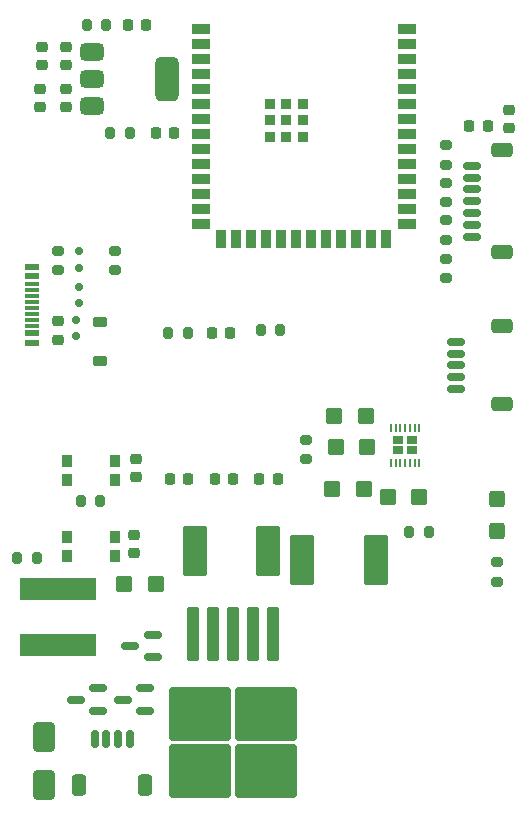
<source format=gbr>
%TF.GenerationSoftware,KiCad,Pcbnew,8.0.3*%
%TF.CreationDate,2024-07-09T19:18:38+01:00*%
%TF.ProjectId,LEDStrip,4c454453-7472-4697-902e-6b696361645f,rev?*%
%TF.SameCoordinates,Original*%
%TF.FileFunction,Paste,Top*%
%TF.FilePolarity,Positive*%
%FSLAX46Y46*%
G04 Gerber Fmt 4.6, Leading zero omitted, Abs format (unit mm)*
G04 Created by KiCad (PCBNEW 8.0.3) date 2024-07-09 19:18:38*
%MOMM*%
%LPD*%
G01*
G04 APERTURE LIST*
G04 Aperture macros list*
%AMRoundRect*
0 Rectangle with rounded corners*
0 $1 Rounding radius*
0 $2 $3 $4 $5 $6 $7 $8 $9 X,Y pos of 4 corners*
0 Add a 4 corners polygon primitive as box body*
4,1,4,$2,$3,$4,$5,$6,$7,$8,$9,$2,$3,0*
0 Add four circle primitives for the rounded corners*
1,1,$1+$1,$2,$3*
1,1,$1+$1,$4,$5*
1,1,$1+$1,$6,$7*
1,1,$1+$1,$8,$9*
0 Add four rect primitives between the rounded corners*
20,1,$1+$1,$2,$3,$4,$5,0*
20,1,$1+$1,$4,$5,$6,$7,0*
20,1,$1+$1,$6,$7,$8,$9,0*
20,1,$1+$1,$8,$9,$2,$3,0*%
G04 Aperture macros list end*
%ADD10RoundRect,0.150000X0.625000X-0.150000X0.625000X0.150000X-0.625000X0.150000X-0.625000X-0.150000X0*%
%ADD11RoundRect,0.250000X0.650000X-0.350000X0.650000X0.350000X-0.650000X0.350000X-0.650000X-0.350000X0*%
%ADD12RoundRect,0.225000X-0.250000X0.225000X-0.250000X-0.225000X0.250000X-0.225000X0.250000X0.225000X0*%
%ADD13RoundRect,0.200000X0.275000X-0.200000X0.275000X0.200000X-0.275000X0.200000X-0.275000X-0.200000X0*%
%ADD14RoundRect,0.250000X-0.650000X1.000000X-0.650000X-1.000000X0.650000X-1.000000X0.650000X1.000000X0*%
%ADD15RoundRect,0.250000X-0.450000X-0.425000X0.450000X-0.425000X0.450000X0.425000X-0.450000X0.425000X0*%
%ADD16RoundRect,0.150000X-0.200000X0.150000X-0.200000X-0.150000X0.200000X-0.150000X0.200000X0.150000X0*%
%ADD17RoundRect,0.225000X0.250000X-0.225000X0.250000X0.225000X-0.250000X0.225000X-0.250000X-0.225000X0*%
%ADD18RoundRect,0.250000X-0.650000X0.350000X-0.650000X-0.350000X0.650000X-0.350000X0.650000X0.350000X0*%
%ADD19RoundRect,0.150000X-0.625000X0.150000X-0.625000X-0.150000X0.625000X-0.150000X0.625000X0.150000X0*%
%ADD20RoundRect,0.150000X0.200000X-0.150000X0.200000X0.150000X-0.200000X0.150000X-0.200000X-0.150000X0*%
%ADD21RoundRect,0.218750X0.218750X0.256250X-0.218750X0.256250X-0.218750X-0.256250X0.218750X-0.256250X0*%
%ADD22RoundRect,0.200000X0.200000X0.275000X-0.200000X0.275000X-0.200000X-0.275000X0.200000X-0.275000X0*%
%ADD23RoundRect,0.225000X0.225000X0.250000X-0.225000X0.250000X-0.225000X-0.250000X0.225000X-0.250000X0*%
%ADD24R,0.900000X1.000000*%
%ADD25R,0.970000X0.700000*%
%ADD26R,0.250000X0.700000*%
%ADD27RoundRect,0.200000X-0.275000X0.200000X-0.275000X-0.200000X0.275000X-0.200000X0.275000X0.200000X0*%
%ADD28RoundRect,0.250000X-0.787500X-1.875000X0.787500X-1.875000X0.787500X1.875000X-0.787500X1.875000X0*%
%ADD29R,1.160000X0.600000*%
%ADD30R,1.160000X0.300000*%
%ADD31RoundRect,0.250000X-0.425000X0.450000X-0.425000X-0.450000X0.425000X-0.450000X0.425000X0.450000X0*%
%ADD32RoundRect,0.150000X-0.150000X-0.625000X0.150000X-0.625000X0.150000X0.625000X-0.150000X0.625000X0*%
%ADD33RoundRect,0.250000X-0.350000X-0.650000X0.350000X-0.650000X0.350000X0.650000X-0.350000X0.650000X0*%
%ADD34RoundRect,0.150000X0.587500X0.150000X-0.587500X0.150000X-0.587500X-0.150000X0.587500X-0.150000X0*%
%ADD35RoundRect,0.225000X-0.375000X0.225000X-0.375000X-0.225000X0.375000X-0.225000X0.375000X0.225000X0*%
%ADD36RoundRect,0.250000X0.450000X0.425000X-0.450000X0.425000X-0.450000X-0.425000X0.450000X-0.425000X0*%
%ADD37RoundRect,0.225000X-0.225000X-0.250000X0.225000X-0.250000X0.225000X0.250000X-0.225000X0.250000X0*%
%ADD38RoundRect,0.200000X-0.200000X-0.275000X0.200000X-0.275000X0.200000X0.275000X-0.200000X0.275000X0*%
%ADD39R,0.900000X0.900000*%
%ADD40R,1.500000X0.900000*%
%ADD41R,0.900000X1.500000*%
%ADD42RoundRect,0.250000X-0.300000X2.050000X-0.300000X-2.050000X0.300000X-2.050000X0.300000X2.050000X0*%
%ADD43RoundRect,0.250000X-2.375000X2.025000X-2.375000X-2.025000X2.375000X-2.025000X2.375000X2.025000X0*%
%ADD44R,6.500000X1.920000*%
%ADD45RoundRect,0.375000X-0.625000X-0.375000X0.625000X-0.375000X0.625000X0.375000X-0.625000X0.375000X0*%
%ADD46RoundRect,0.500000X-0.500000X-1.400000X0.500000X-1.400000X0.500000X1.400000X-0.500000X1.400000X0*%
G04 APERTURE END LIST*
D10*
%TO.C,J4*%
X168925000Y-95300000D03*
X168925000Y-94300000D03*
X168925000Y-93300000D03*
X168925000Y-92300000D03*
X168925000Y-91300000D03*
D11*
X172800000Y-96600000D03*
X172800000Y-90000000D03*
%TD*%
D12*
%TO.C,C5*%
X135865000Y-66300000D03*
X135865000Y-67850000D03*
%TD*%
D13*
%TO.C,R14*%
X172400000Y-111600000D03*
X172400000Y-109950000D03*
%TD*%
D14*
%TO.C,D3*%
X134000000Y-124800000D03*
X134000000Y-128800000D03*
%TD*%
D15*
%TO.C,C15*%
X158400000Y-103800000D03*
X161100000Y-103800000D03*
%TD*%
D16*
%TO.C,D5*%
X136760000Y-90850000D03*
X136760000Y-89450000D03*
%TD*%
D17*
%TO.C,C3*%
X135865000Y-71450000D03*
X135865000Y-69900000D03*
%TD*%
D18*
%TO.C,SW3*%
X172815000Y-75100000D03*
X172815000Y-83700000D03*
D19*
X170290000Y-82400000D03*
X170290000Y-76400000D03*
X170290000Y-77400000D03*
X170290000Y-81400000D03*
X170290000Y-78400000D03*
X170290000Y-79400000D03*
X170290000Y-80400000D03*
%TD*%
D13*
%TO.C,R2*%
X140000000Y-85225000D03*
X140000000Y-83575000D03*
%TD*%
D20*
%TO.C,D4*%
X136960000Y-83650000D03*
X136960000Y-85050000D03*
%TD*%
D21*
%TO.C,D6*%
X142665000Y-64450000D03*
X141090000Y-64450000D03*
%TD*%
D22*
%TO.C,R5*%
X154000000Y-90325000D03*
X152350000Y-90325000D03*
%TD*%
D23*
%TO.C,C7*%
X171565000Y-73050000D03*
X170015000Y-73050000D03*
%TD*%
D24*
%TO.C,SW2*%
X135950000Y-107800000D03*
X140050000Y-107800000D03*
X135950000Y-109400000D03*
X140050000Y-109400000D03*
%TD*%
D17*
%TO.C,C2*%
X133665000Y-71425000D03*
X133665000Y-69875000D03*
%TD*%
D25*
%TO.C,U6*%
X164000000Y-100495000D03*
X165175000Y-100495000D03*
X164000000Y-99600000D03*
X165175000Y-99600000D03*
D26*
X163387500Y-101525000D03*
X163787500Y-101525000D03*
X164187500Y-101525000D03*
X164587500Y-101525000D03*
X164987500Y-101525000D03*
X165387500Y-101525000D03*
X165787500Y-101525000D03*
X165787500Y-98575000D03*
X165387500Y-98575000D03*
X164987500Y-98575000D03*
X164587500Y-98575000D03*
X164187500Y-98575000D03*
X163787500Y-98575000D03*
X163387500Y-98575000D03*
%TD*%
D13*
%TO.C,R1*%
X135160000Y-85250000D03*
X135160000Y-83600000D03*
%TD*%
D27*
%TO.C,R11*%
X168015000Y-77850000D03*
X168015000Y-79500000D03*
%TD*%
D28*
%TO.C,CIN2*%
X146775000Y-109000000D03*
X153000000Y-109000000D03*
%TD*%
D20*
%TO.C,D2*%
X136960000Y-86650000D03*
X136960000Y-88050000D03*
%TD*%
D15*
%TO.C,COUT1*%
X140800000Y-111800000D03*
X143500000Y-111800000D03*
%TD*%
D12*
%TO.C,C4*%
X133865000Y-66325000D03*
X133865000Y-67875000D03*
%TD*%
D29*
%TO.C,J1*%
X132980000Y-84970000D03*
X132980000Y-85770000D03*
D30*
X132980000Y-86920000D03*
X132980000Y-87920000D03*
X132980000Y-88420000D03*
X132980000Y-89420000D03*
D29*
X132980000Y-90570000D03*
X132980000Y-91370000D03*
X132980000Y-91370000D03*
X132980000Y-90570000D03*
D30*
X132980000Y-89920000D03*
X132980000Y-88920000D03*
X132980000Y-87420000D03*
X132980000Y-86420000D03*
D29*
X132980000Y-85770000D03*
X132980000Y-84970000D03*
%TD*%
D31*
%TO.C,C18*%
X172400000Y-104600000D03*
X172400000Y-107300000D03*
%TD*%
D32*
%TO.C,J2*%
X138300000Y-124925000D03*
X139300000Y-124925000D03*
X140300000Y-124925000D03*
X141300000Y-124925000D03*
D33*
X137000000Y-128800000D03*
X142600000Y-128800000D03*
%TD*%
D23*
%TO.C,C11*%
X146200000Y-102925000D03*
X144650000Y-102925000D03*
%TD*%
D34*
%TO.C,Q1*%
X142600000Y-122550000D03*
X142600000Y-120650000D03*
X140725000Y-121600000D03*
%TD*%
D35*
%TO.C,D1*%
X138760000Y-89600000D03*
X138760000Y-92900000D03*
%TD*%
D36*
%TO.C,C19*%
X165800000Y-104400000D03*
X163100000Y-104400000D03*
%TD*%
D37*
%TO.C,C12*%
X148450000Y-102925000D03*
X150000000Y-102925000D03*
%TD*%
D38*
%TO.C,R6*%
X144550000Y-90525000D03*
X146200000Y-90525000D03*
%TD*%
D27*
%TO.C,R16*%
X168015000Y-74650000D03*
X168015000Y-76300000D03*
%TD*%
D38*
%TO.C,R3*%
X137640000Y-64450000D03*
X139290000Y-64450000D03*
%TD*%
D27*
%TO.C,R10*%
X168015000Y-81000000D03*
X168015000Y-82650000D03*
%TD*%
D39*
%TO.C,U2*%
X153115000Y-71160000D03*
X153115000Y-72560000D03*
X153115000Y-73960000D03*
X154515000Y-71160000D03*
X154515000Y-72560000D03*
X154515000Y-73960000D03*
X155915000Y-71160000D03*
X155915000Y-72560000D03*
X155915000Y-73960000D03*
D40*
X147265000Y-64840000D03*
X147265000Y-66110000D03*
X147265000Y-67380000D03*
X147265000Y-68650000D03*
X147265000Y-69920000D03*
X147265000Y-71190000D03*
X147265000Y-72460000D03*
X147265000Y-73730000D03*
X147265000Y-75000000D03*
X147265000Y-76270000D03*
X147265000Y-77540000D03*
X147265000Y-78810000D03*
X147265000Y-80080000D03*
X147265000Y-81350000D03*
D41*
X149030000Y-82600000D03*
X150300000Y-82600000D03*
X151570000Y-82600000D03*
X152840000Y-82600000D03*
X154110000Y-82600000D03*
X155380000Y-82600000D03*
X156650000Y-82600000D03*
X157920000Y-82600000D03*
X159190000Y-82600000D03*
X160460000Y-82600000D03*
X161730000Y-82600000D03*
X163000000Y-82600000D03*
D40*
X164765000Y-81350000D03*
X164765000Y-80080000D03*
X164765000Y-78810000D03*
X164765000Y-77540000D03*
X164765000Y-76270000D03*
X164765000Y-75000000D03*
X164765000Y-73730000D03*
X164765000Y-72460000D03*
X164765000Y-71190000D03*
X164765000Y-69920000D03*
X164765000Y-68650000D03*
X164765000Y-67380000D03*
X164765000Y-66110000D03*
X164765000Y-64840000D03*
%TD*%
D36*
%TO.C,C17*%
X161300000Y-97600000D03*
X158600000Y-97600000D03*
%TD*%
D23*
%TO.C,C10*%
X149800000Y-90525000D03*
X148250000Y-90525000D03*
%TD*%
D28*
%TO.C,CIN1*%
X155887500Y-109800000D03*
X162112500Y-109800000D03*
%TD*%
D17*
%TO.C,C13*%
X141775000Y-102775000D03*
X141775000Y-101225000D03*
%TD*%
D12*
%TO.C,C1*%
X135195000Y-89570000D03*
X135195000Y-91120000D03*
%TD*%
D27*
%TO.C,R15*%
X168015000Y-84250000D03*
X168015000Y-85900000D03*
%TD*%
D22*
%TO.C,R12*%
X166600000Y-107400000D03*
X164950000Y-107400000D03*
%TD*%
D23*
%TO.C,C8*%
X145015000Y-73650000D03*
X143465000Y-73650000D03*
%TD*%
D34*
%TO.C,Q2*%
X138600000Y-122550000D03*
X138600000Y-120650000D03*
X136725000Y-121600000D03*
%TD*%
D24*
%TO.C,SW1*%
X135925000Y-101375000D03*
X140025000Y-101375000D03*
X135925000Y-102975000D03*
X140025000Y-102975000D03*
%TD*%
D42*
%TO.C,U3*%
X153400000Y-116050000D03*
X151700000Y-116050000D03*
X150000000Y-116050000D03*
D43*
X152775000Y-122775000D03*
X147225000Y-122775000D03*
X152775000Y-127625000D03*
X147225000Y-127625000D03*
D42*
X148300000Y-116050000D03*
X146600000Y-116050000D03*
%TD*%
D17*
%TO.C,C14*%
X141650000Y-109200000D03*
X141650000Y-107650000D03*
%TD*%
D44*
%TO.C,L1*%
X135200000Y-117010000D03*
X135200000Y-112190000D03*
%TD*%
D37*
%TO.C,C9*%
X152250000Y-102925000D03*
X153800000Y-102925000D03*
%TD*%
D38*
%TO.C,R4*%
X139615000Y-73650000D03*
X141265000Y-73650000D03*
%TD*%
D34*
%TO.C,Q3*%
X143200000Y-118000000D03*
X143200000Y-116100000D03*
X141325000Y-117050000D03*
%TD*%
D36*
%TO.C,C16*%
X161400000Y-100200000D03*
X158700000Y-100200000D03*
%TD*%
D22*
%TO.C,R8*%
X133400000Y-109600000D03*
X131750000Y-109600000D03*
%TD*%
%TO.C,R7*%
X138775000Y-104775000D03*
X137125000Y-104775000D03*
%TD*%
D13*
%TO.C,R13*%
X156175000Y-101250000D03*
X156175000Y-99600000D03*
%TD*%
D45*
%TO.C,U4*%
X138115000Y-66750000D03*
X138115000Y-69050000D03*
D46*
X144415000Y-69050000D03*
D45*
X138115000Y-71350000D03*
%TD*%
D17*
%TO.C,C6*%
X173415000Y-73200000D03*
X173415000Y-71650000D03*
%TD*%
M02*

</source>
